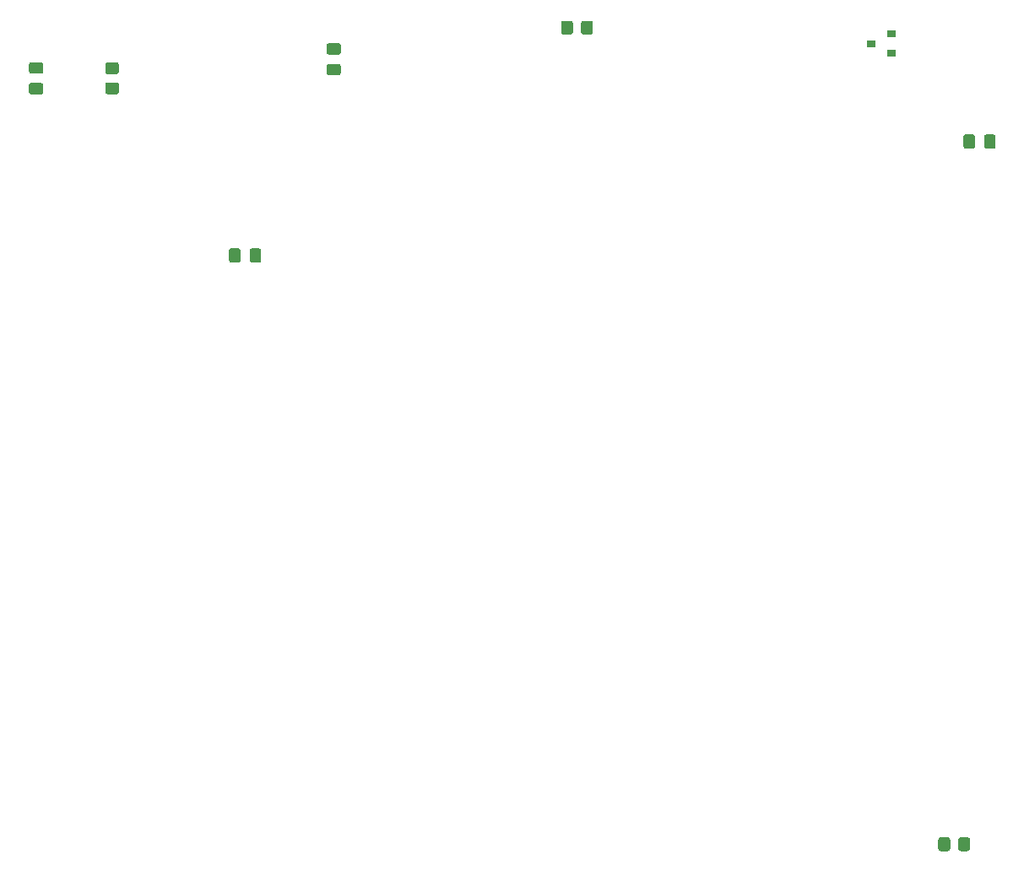
<source format=gbr>
%TF.GenerationSoftware,KiCad,Pcbnew,(5.1.8)-1*%
%TF.CreationDate,2024-06-20T23:03:59+03:00*%
%TF.ProjectId,Regs-v4,52656773-2d76-4342-9e6b-696361645f70,rev?*%
%TF.SameCoordinates,Original*%
%TF.FileFunction,Paste,Bot*%
%TF.FilePolarity,Positive*%
%FSLAX46Y46*%
G04 Gerber Fmt 4.6, Leading zero omitted, Abs format (unit mm)*
G04 Created by KiCad (PCBNEW (5.1.8)-1) date 2024-06-20 23:03:59*
%MOMM*%
%LPD*%
G01*
G04 APERTURE LIST*
%ADD10R,0.900000X0.800000*%
G04 APERTURE END LIST*
%TO.C,R7*%
G36*
G01*
X83220000Y-18230001D02*
X83220000Y-17329999D01*
G75*
G02*
X83469999Y-17080000I249999J0D01*
G01*
X84170001Y-17080000D01*
G75*
G02*
X84420000Y-17329999I0J-249999D01*
G01*
X84420000Y-18230001D01*
G75*
G02*
X84170001Y-18480000I-249999J0D01*
G01*
X83469999Y-18480000D01*
G75*
G02*
X83220000Y-18230001I0J249999D01*
G01*
G37*
G36*
G01*
X81220000Y-18230001D02*
X81220000Y-17329999D01*
G75*
G02*
X81469999Y-17080000I249999J0D01*
G01*
X82170001Y-17080000D01*
G75*
G02*
X82420000Y-17329999I0J-249999D01*
G01*
X82420000Y-18230001D01*
G75*
G02*
X82170001Y-18480000I-249999J0D01*
G01*
X81469999Y-18480000D01*
G75*
G02*
X81220000Y-18230001I0J249999D01*
G01*
G37*
%TD*%
D10*
%TO.C,Q1*%
X112347500Y-19367500D03*
X114347500Y-20317500D03*
X114347500Y-18417500D03*
%TD*%
%TO.C,C4*%
G36*
G01*
X57945000Y-21405000D02*
X58895000Y-21405000D01*
G75*
G02*
X59145000Y-21655000I0J-250000D01*
G01*
X59145000Y-22330000D01*
G75*
G02*
X58895000Y-22580000I-250000J0D01*
G01*
X57945000Y-22580000D01*
G75*
G02*
X57695000Y-22330000I0J250000D01*
G01*
X57695000Y-21655000D01*
G75*
G02*
X57945000Y-21405000I250000J0D01*
G01*
G37*
G36*
G01*
X57945000Y-19330000D02*
X58895000Y-19330000D01*
G75*
G02*
X59145000Y-19580000I0J-250000D01*
G01*
X59145000Y-20255000D01*
G75*
G02*
X58895000Y-20505000I-250000J0D01*
G01*
X57945000Y-20505000D01*
G75*
G02*
X57695000Y-20255000I0J250000D01*
G01*
X57695000Y-19580000D01*
G75*
G02*
X57945000Y-19330000I250000J0D01*
G01*
G37*
%TD*%
%TO.C,C3*%
G36*
G01*
X28100000Y-23310000D02*
X29050000Y-23310000D01*
G75*
G02*
X29300000Y-23560000I0J-250000D01*
G01*
X29300000Y-24235000D01*
G75*
G02*
X29050000Y-24485000I-250000J0D01*
G01*
X28100000Y-24485000D01*
G75*
G02*
X27850000Y-24235000I0J250000D01*
G01*
X27850000Y-23560000D01*
G75*
G02*
X28100000Y-23310000I250000J0D01*
G01*
G37*
G36*
G01*
X28100000Y-21235000D02*
X29050000Y-21235000D01*
G75*
G02*
X29300000Y-21485000I0J-250000D01*
G01*
X29300000Y-22160000D01*
G75*
G02*
X29050000Y-22410000I-250000J0D01*
G01*
X28100000Y-22410000D01*
G75*
G02*
X27850000Y-22160000I0J250000D01*
G01*
X27850000Y-21485000D01*
G75*
G02*
X28100000Y-21235000I250000J0D01*
G01*
G37*
%TD*%
%TO.C,C2*%
G36*
G01*
X49080000Y-40165000D02*
X49080000Y-41115000D01*
G75*
G02*
X48830000Y-41365000I-250000J0D01*
G01*
X48155000Y-41365000D01*
G75*
G02*
X47905000Y-41115000I0J250000D01*
G01*
X47905000Y-40165000D01*
G75*
G02*
X48155000Y-39915000I250000J0D01*
G01*
X48830000Y-39915000D01*
G75*
G02*
X49080000Y-40165000I0J-250000D01*
G01*
G37*
G36*
G01*
X51155000Y-40165000D02*
X51155000Y-41115000D01*
G75*
G02*
X50905000Y-41365000I-250000J0D01*
G01*
X50230000Y-41365000D01*
G75*
G02*
X49980000Y-41115000I0J250000D01*
G01*
X49980000Y-40165000D01*
G75*
G02*
X50230000Y-39915000I250000J0D01*
G01*
X50905000Y-39915000D01*
G75*
G02*
X51155000Y-40165000I0J-250000D01*
G01*
G37*
%TD*%
%TO.C,C1*%
G36*
G01*
X122740000Y-28735000D02*
X122740000Y-29685000D01*
G75*
G02*
X122490000Y-29935000I-250000J0D01*
G01*
X121815000Y-29935000D01*
G75*
G02*
X121565000Y-29685000I0J250000D01*
G01*
X121565000Y-28735000D01*
G75*
G02*
X121815000Y-28485000I250000J0D01*
G01*
X122490000Y-28485000D01*
G75*
G02*
X122740000Y-28735000I0J-250000D01*
G01*
G37*
G36*
G01*
X124815000Y-28735000D02*
X124815000Y-29685000D01*
G75*
G02*
X124565000Y-29935000I-250000J0D01*
G01*
X123890000Y-29935000D01*
G75*
G02*
X123640000Y-29685000I0J250000D01*
G01*
X123640000Y-28735000D01*
G75*
G02*
X123890000Y-28485000I250000J0D01*
G01*
X124565000Y-28485000D01*
G75*
G02*
X124815000Y-28735000I0J-250000D01*
G01*
G37*
%TD*%
%TO.C,R6*%
G36*
G01*
X121050000Y-100145001D02*
X121050000Y-99244999D01*
G75*
G02*
X121299999Y-98995000I249999J0D01*
G01*
X122000001Y-98995000D01*
G75*
G02*
X122250000Y-99244999I0J-249999D01*
G01*
X122250000Y-100145001D01*
G75*
G02*
X122000001Y-100395000I-249999J0D01*
G01*
X121299999Y-100395000D01*
G75*
G02*
X121050000Y-100145001I0J249999D01*
G01*
G37*
G36*
G01*
X119050000Y-100145001D02*
X119050000Y-99244999D01*
G75*
G02*
X119299999Y-98995000I249999J0D01*
G01*
X120000001Y-98995000D01*
G75*
G02*
X120250000Y-99244999I0J-249999D01*
G01*
X120250000Y-100145001D01*
G75*
G02*
X120000001Y-100395000I-249999J0D01*
G01*
X119299999Y-100395000D01*
G75*
G02*
X119050000Y-100145001I0J249999D01*
G01*
G37*
%TD*%
%TO.C,R5*%
G36*
G01*
X35744999Y-23260000D02*
X36645001Y-23260000D01*
G75*
G02*
X36895000Y-23509999I0J-249999D01*
G01*
X36895000Y-24210001D01*
G75*
G02*
X36645001Y-24460000I-249999J0D01*
G01*
X35744999Y-24460000D01*
G75*
G02*
X35495000Y-24210001I0J249999D01*
G01*
X35495000Y-23509999D01*
G75*
G02*
X35744999Y-23260000I249999J0D01*
G01*
G37*
G36*
G01*
X35744999Y-21260000D02*
X36645001Y-21260000D01*
G75*
G02*
X36895000Y-21509999I0J-249999D01*
G01*
X36895000Y-22210001D01*
G75*
G02*
X36645001Y-22460000I-249999J0D01*
G01*
X35744999Y-22460000D01*
G75*
G02*
X35495000Y-22210001I0J249999D01*
G01*
X35495000Y-21509999D01*
G75*
G02*
X35744999Y-21260000I249999J0D01*
G01*
G37*
%TD*%
M02*

</source>
